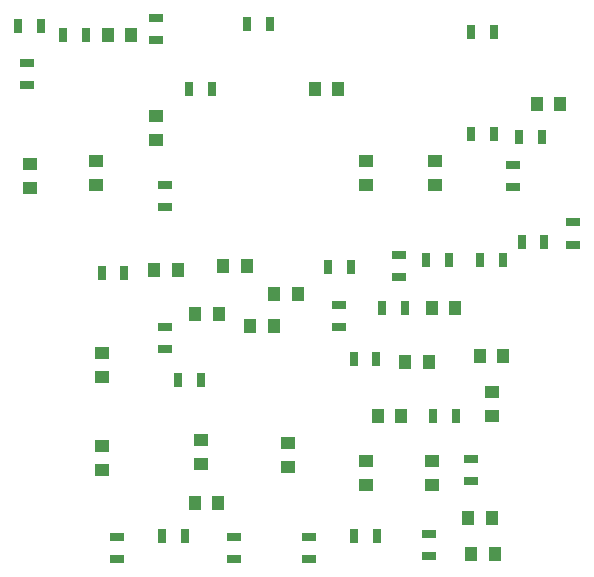
<source format=gbr>
G04 #@! TF.FileFunction,Paste,Bot*
%FSLAX46Y46*%
G04 Gerber Fmt 4.6, Leading zero omitted, Abs format (unit mm)*
G04 Created by KiCad (PCBNEW 4.0.1-stable) date Monday, May 09, 2016 'AMt' 09:31:45 AM*
%MOMM*%
G01*
G04 APERTURE LIST*
%ADD10C,0.100000*%
%ADD11R,1.250000X1.000000*%
%ADD12R,1.000000X1.250000*%
%ADD13R,1.300000X0.700000*%
%ADD14R,0.700000X1.300000*%
G04 APERTURE END LIST*
D10*
D11*
X98044000Y-176514000D03*
X98044000Y-174514000D03*
X97536000Y-150400000D03*
X97536000Y-152400000D03*
X126238000Y-150384000D03*
X126238000Y-152384000D03*
D12*
X100568000Y-139700000D03*
X98568000Y-139700000D03*
D11*
X113792000Y-176260000D03*
X113792000Y-174260000D03*
X106426000Y-176006000D03*
X106426000Y-174006000D03*
D12*
X105934000Y-179324000D03*
X107934000Y-179324000D03*
D11*
X125984000Y-175768000D03*
X125984000Y-177768000D03*
X120396000Y-175784000D03*
X120396000Y-177784000D03*
X120396000Y-152384000D03*
X120396000Y-150384000D03*
X91948000Y-152638000D03*
X91948000Y-150638000D03*
X102616000Y-146574000D03*
X102616000Y-148574000D03*
D12*
X110617000Y-164338000D03*
X112617000Y-164338000D03*
X123730000Y-167386000D03*
X125730000Y-167386000D03*
X123412000Y-171958000D03*
X121412000Y-171958000D03*
X127984000Y-162814000D03*
X125984000Y-162814000D03*
X134890000Y-145542000D03*
X136890000Y-145542000D03*
D11*
X131064000Y-169926000D03*
X131064000Y-171926000D03*
D12*
X114649000Y-161671000D03*
X112649000Y-161671000D03*
X132048000Y-166878000D03*
X130048000Y-166878000D03*
X118094000Y-144272000D03*
X116094000Y-144272000D03*
X108331000Y-159258000D03*
X110331000Y-159258000D03*
X102521000Y-159639000D03*
X104521000Y-159639000D03*
D11*
X98044000Y-166640000D03*
X98044000Y-168640000D03*
D12*
X105950000Y-163322000D03*
X107950000Y-163322000D03*
X131064000Y-180594000D03*
X129064000Y-180594000D03*
X131318000Y-183642000D03*
X129318000Y-183642000D03*
D13*
X103378000Y-152400000D03*
X103378000Y-154300000D03*
D14*
X127442000Y-158750000D03*
X125542000Y-158750000D03*
D13*
X102616000Y-138242000D03*
X102616000Y-140142000D03*
D14*
X103190000Y-182118000D03*
X105090000Y-182118000D03*
X119446000Y-182118000D03*
X121346000Y-182118000D03*
D13*
X109220000Y-184084000D03*
X109220000Y-182184000D03*
X115570000Y-184084000D03*
X115570000Y-182184000D03*
X99314000Y-182184000D03*
X99314000Y-184084000D03*
X125730000Y-183830000D03*
X125730000Y-181930000D03*
D14*
X90998000Y-138938000D03*
X92898000Y-138938000D03*
X94808000Y-139700000D03*
X96708000Y-139700000D03*
D13*
X91694000Y-142052000D03*
X91694000Y-143952000D03*
D14*
X132014000Y-158750000D03*
X130114000Y-158750000D03*
X107376000Y-144272000D03*
X105476000Y-144272000D03*
D13*
X132842000Y-150688000D03*
X132842000Y-152588000D03*
X129286000Y-175580000D03*
X129286000Y-177480000D03*
D14*
X128016000Y-171958000D03*
X126116000Y-171958000D03*
X133416000Y-148336000D03*
X135316000Y-148336000D03*
X129352000Y-139446000D03*
X131252000Y-139446000D03*
D13*
X137922000Y-157480000D03*
X137922000Y-155580000D03*
D14*
X119126000Y-159385000D03*
X117226000Y-159385000D03*
D13*
X118110000Y-162560000D03*
X118110000Y-164460000D03*
D14*
X135504000Y-157226000D03*
X133604000Y-157226000D03*
X121798000Y-162814000D03*
X123698000Y-162814000D03*
D13*
X123190000Y-158308000D03*
X123190000Y-160208000D03*
D14*
X131252000Y-148082000D03*
X129352000Y-148082000D03*
X106426000Y-168910000D03*
X104526000Y-168910000D03*
X99944000Y-159893000D03*
X98044000Y-159893000D03*
X121285000Y-167132000D03*
X119385000Y-167132000D03*
D13*
X103378000Y-164404000D03*
X103378000Y-166304000D03*
D14*
X112268000Y-138811000D03*
X110368000Y-138811000D03*
M02*

</source>
